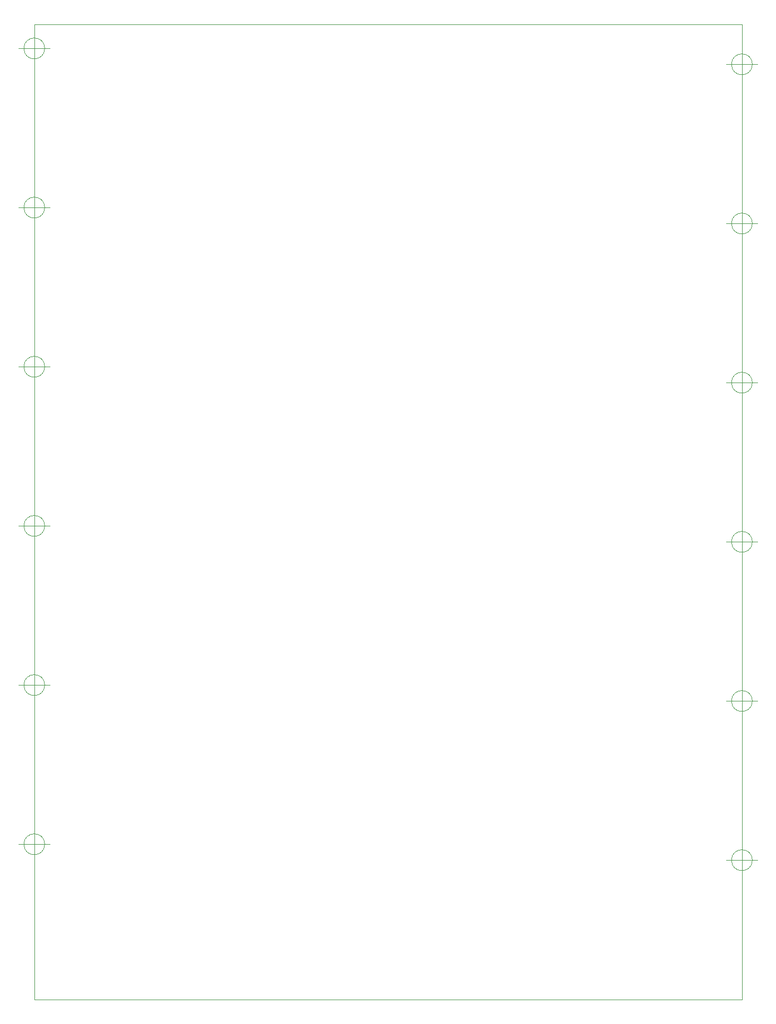
<source format=gbr>
G04 #@! TF.GenerationSoftware,KiCad,Pcbnew,(5.1.4)-1*
G04 #@! TF.CreationDate,2020-01-14T12:55:27+01:00*
G04 #@! TF.ProjectId,MainPL,4d61696e-504c-42e6-9b69-6361645f7063,rev?*
G04 #@! TF.SameCoordinates,Original*
G04 #@! TF.FileFunction,Profile,NP*
%FSLAX46Y46*%
G04 Gerber Fmt 4.6, Leading zero omitted, Abs format (unit mm)*
G04 Created by KiCad (PCBNEW (5.1.4)-1) date 2020-01-14 12:55:27*
%MOMM*%
%LPD*%
G04 APERTURE LIST*
%ADD10C,0.050000*%
G04 APERTURE END LIST*
D10*
X159146666Y-159385000D02*
G75*
G03X159146666Y-159385000I-1666666J0D01*
G01*
X154980000Y-159385000D02*
X159980000Y-159385000D01*
X157480000Y-156885000D02*
X157480000Y-161885000D01*
X159146666Y-133985000D02*
G75*
G03X159146666Y-133985000I-1666666J0D01*
G01*
X154980000Y-133985000D02*
X159980000Y-133985000D01*
X157480000Y-131485000D02*
X157480000Y-136485000D01*
X159146666Y-108585000D02*
G75*
G03X159146666Y-108585000I-1666666J0D01*
G01*
X154980000Y-108585000D02*
X159980000Y-108585000D01*
X157480000Y-106085000D02*
X157480000Y-111085000D01*
X159146666Y-83185000D02*
G75*
G03X159146666Y-83185000I-1666666J0D01*
G01*
X154980000Y-83185000D02*
X159980000Y-83185000D01*
X157480000Y-80685000D02*
X157480000Y-85685000D01*
X159146666Y-57785000D02*
G75*
G03X159146666Y-57785000I-1666666J0D01*
G01*
X154980000Y-57785000D02*
X159980000Y-57785000D01*
X157480000Y-55285000D02*
X157480000Y-60285000D01*
X159146666Y-32385000D02*
G75*
G03X159146666Y-32385000I-1666666J0D01*
G01*
X154980000Y-32385000D02*
X159980000Y-32385000D01*
X157480000Y-29885000D02*
X157480000Y-34885000D01*
X46116666Y-156845000D02*
G75*
G03X46116666Y-156845000I-1666666J0D01*
G01*
X41950000Y-156845000D02*
X46950000Y-156845000D01*
X44450000Y-154345000D02*
X44450000Y-159345000D01*
X46116666Y-131445000D02*
G75*
G03X46116666Y-131445000I-1666666J0D01*
G01*
X41950000Y-131445000D02*
X46950000Y-131445000D01*
X44450000Y-128945000D02*
X44450000Y-133945000D01*
X46116666Y-106045000D02*
G75*
G03X46116666Y-106045000I-1666666J0D01*
G01*
X41950000Y-106045000D02*
X46950000Y-106045000D01*
X44450000Y-103545000D02*
X44450000Y-108545000D01*
X46116666Y-80645000D02*
G75*
G03X46116666Y-80645000I-1666666J0D01*
G01*
X41950000Y-80645000D02*
X46950000Y-80645000D01*
X44450000Y-78145000D02*
X44450000Y-83145000D01*
X46116666Y-29845000D02*
G75*
G03X46116666Y-29845000I-1666666J0D01*
G01*
X41950000Y-29845000D02*
X46950000Y-29845000D01*
X44450000Y-27345000D02*
X44450000Y-32345000D01*
X46116666Y-55245000D02*
G75*
G03X46116666Y-55245000I-1666666J0D01*
G01*
X41950000Y-55245000D02*
X46950000Y-55245000D01*
X44450000Y-52745000D02*
X44450000Y-57745000D01*
X157480000Y-26035000D02*
X156845000Y-26035000D01*
X157480000Y-181610000D02*
X157480000Y-26035000D01*
X44450000Y-181610000D02*
X45085000Y-181610000D01*
X44450000Y-26035000D02*
X44450000Y-181610000D01*
X157480000Y-181610000D02*
X45085000Y-181610000D01*
X44450000Y-26035000D02*
X156845000Y-26035000D01*
M02*

</source>
